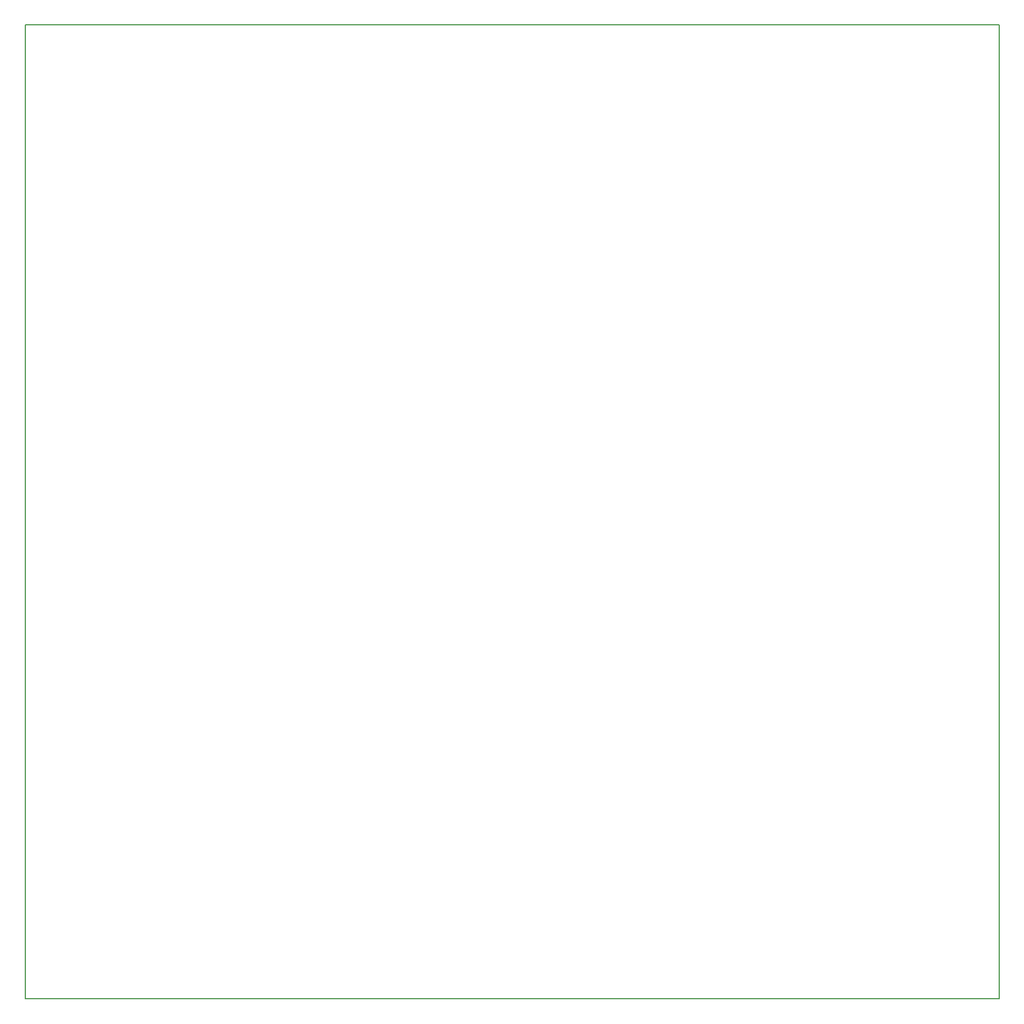
<source format=gm1>
G04 MADE WITH FRITZING*
G04 WWW.FRITZING.ORG*
G04 DOUBLE SIDED*
G04 HOLES PLATED*
G04 CONTOUR ON CENTER OF CONTOUR VECTOR*
%ASAXBY*%
%FSLAX23Y23*%
%MOIN*%
%OFA0B0*%
%SFA1.0B1.0*%
%ADD10R,5.905520X5.905520*%
%ADD11C,0.008000*%
%ADD10C,0.008*%
%LNCONTOUR*%
G90*
G70*
G54D10*
G54D11*
X4Y5902D02*
X5902Y5902D01*
X5902Y4D01*
X4Y4D01*
X4Y5902D01*
D02*
G04 End of contour*
M02*
</source>
